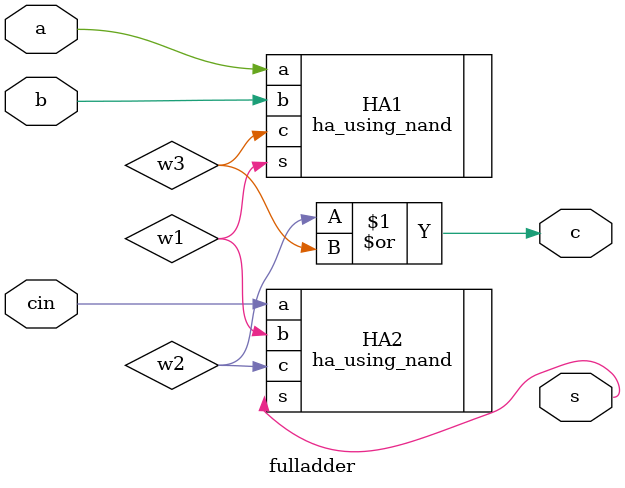
<source format=v>

module fulladder
( input a,b,cin,
  output s,c);

wire w1,w2,w3;

ha_using_nand HA1(.a(a),.b(b),.c(w3),.s(w1)),
    	      HA2(.a(cin),.b(w1),.c(w2),.s(s));
or g1(c,w2,w3);

endmodule
</source>
